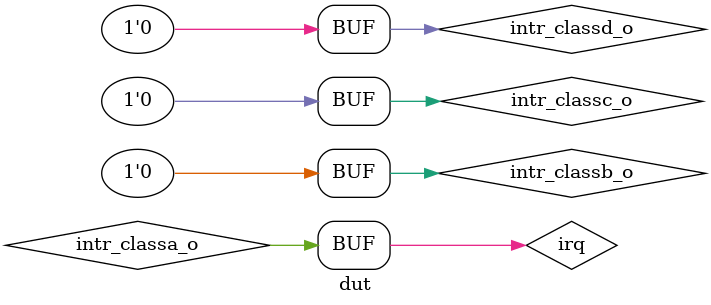
<source format=sv>
module dut();

  assign {intr_classd_o,
  intr_classc_o,
  intr_classb_o,
  intr_classa_o} = irq;

endmodule

</source>
